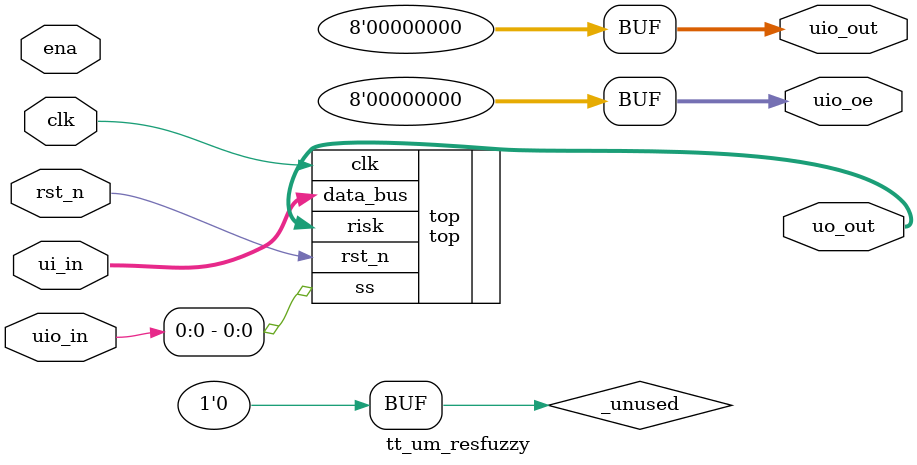
<source format=v>
/*
 * Copyright (c) 2024 Your Name
 * SPDX-License-Identifier: Apache-2.0
 */

`default_nettype none

module tt_um_resfuzzy (
    input  wire [7:0] ui_in,    // Dedicated inputs
    output wire [7:0] uo_out,   // Dedicated outputs
    input  wire [7:0] uio_in,   // IOs: Input path
    output wire [7:0] uio_out,  // IOs: Output path
    output wire [7:0] uio_oe,   // IOs: Enable path (active high: 0=input, 1=output)
    input  wire       ena,      // always 1 when the design is powered, so you can ignore it
    input  wire       clk,      // clock
    input  wire       rst_n     // reset_n - low to reset
);

  // All output pins must be assigned. If not used, assign to 0.
  // assign uo_out  = ui_in + uio_in;  // Example: ou_out is the sum of ui_in and uio_in
    //assign uio_in[7:1]=7'b0000000;
  assign uio_out = 0;
  assign uio_oe  = 0;

  // List all unused inputs to prevent warnings
  wire _unused = &{ena, 1'b0};

  top top(   
      .clk(clk),
      .rst_n(rst_n),
      .ss(uio_in[0]),
      .data_bus(ui_in),     
      .risk(uo_out)          
    );  


endmodule

</source>
